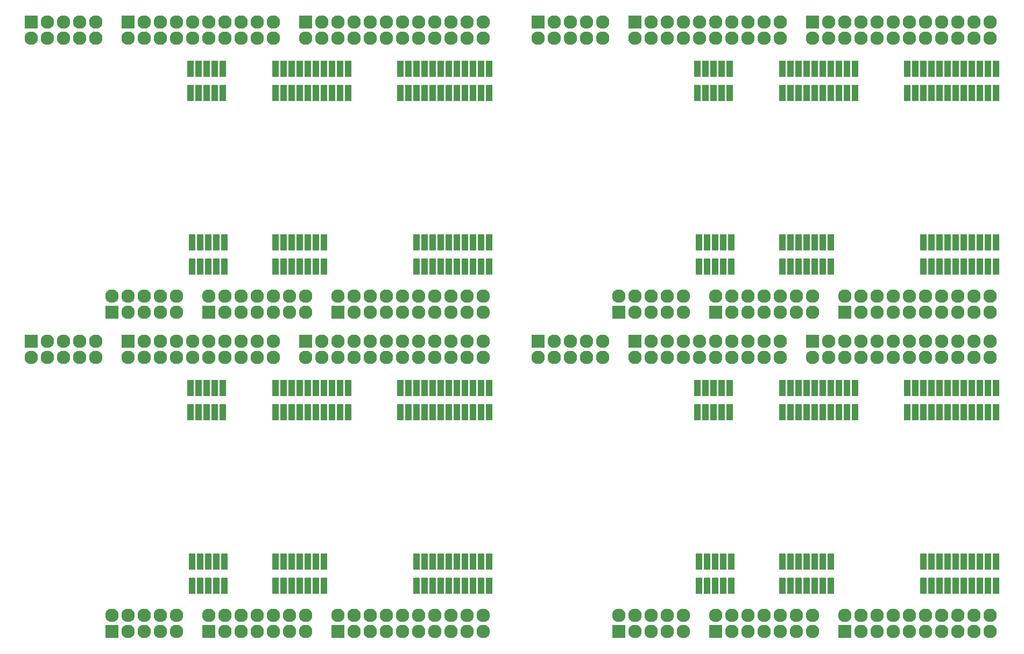
<source format=gts>
G04 #@! TF.FileFunction,Soldermask,Top*
%FSLAX46Y46*%
G04 Gerber Fmt 4.6, Leading zero omitted, Abs format (unit mm)*
G04 Created by KiCad (PCBNEW (after 2015-mar-04 BZR unknown)-product) date 2015年08月13日木曜日 20:06:45*
%MOMM*%
G01*
G04 APERTURE LIST*
%ADD10C,0.100000*%
%ADD11R,1.050000X2.550000*%
%ADD12R,2.127200X2.127200*%
%ADD13O,2.127200X2.127200*%
G04 APERTURE END LIST*
D10*
D11*
X64729400Y13116600D03*
X64729400Y9306600D03*
X65999400Y13116600D03*
X65999400Y9306600D03*
X67269400Y13116600D03*
X67269400Y9306600D03*
X68539400Y13116600D03*
X68539400Y9306600D03*
X69809400Y13116600D03*
X69809400Y9306600D03*
X72349400Y9306600D03*
X72349400Y13116600D03*
X71079400Y9306600D03*
X71079400Y13116600D03*
X74889400Y13116600D03*
X74889400Y9306600D03*
X76159400Y13116600D03*
X76159400Y9306600D03*
X73619400Y9306600D03*
X73619400Y13116600D03*
X76159400Y36611600D03*
X76159400Y40421600D03*
X74889400Y36611600D03*
X74889400Y40421600D03*
X62189400Y40421600D03*
X62189400Y36611600D03*
X63459400Y40421600D03*
X63459400Y36611600D03*
X64729400Y40421600D03*
X64729400Y36611600D03*
X65999400Y40421600D03*
X65999400Y36611600D03*
X67269400Y40421600D03*
X67269400Y36611600D03*
X69809400Y36611600D03*
X69809400Y40421600D03*
X68539400Y36611600D03*
X68539400Y40421600D03*
X72349400Y40421600D03*
X72349400Y36611600D03*
X73619400Y40421600D03*
X73619400Y36611600D03*
X71079400Y36611600D03*
X71079400Y40421600D03*
X51394400Y40421600D03*
X51394400Y36611600D03*
X53934400Y36611600D03*
X53934400Y40421600D03*
X52664400Y36611600D03*
X52664400Y40421600D03*
X42504400Y13116600D03*
X42504400Y9306600D03*
X43774400Y13116600D03*
X43774400Y9306600D03*
X45044400Y13116600D03*
X45044400Y9306600D03*
X46314400Y13116600D03*
X46314400Y9306600D03*
X47584400Y13116600D03*
X47584400Y9306600D03*
X50124400Y9306600D03*
X50124400Y13116600D03*
X48854400Y9306600D03*
X48854400Y13116600D03*
X48854400Y40421600D03*
X48854400Y36611600D03*
X50124400Y40421600D03*
X50124400Y36611600D03*
X47584400Y36611600D03*
X47584400Y40421600D03*
X46314400Y36611600D03*
X46314400Y40421600D03*
X45044400Y36611600D03*
X45044400Y40421600D03*
X43774400Y36611600D03*
X43774400Y40421600D03*
X42504400Y36611600D03*
X42504400Y40421600D03*
X34503400Y9306600D03*
X34503400Y13116600D03*
X33233400Y9306600D03*
X33233400Y13116600D03*
X31963400Y9306600D03*
X31963400Y13116600D03*
X30693400Y9306600D03*
X30693400Y13116600D03*
X29423400Y9306600D03*
X29423400Y13116600D03*
X29169400Y40421600D03*
X29169400Y36611600D03*
X30439400Y40421600D03*
X30439400Y36611600D03*
X31709400Y40421600D03*
X31709400Y36611600D03*
X32979400Y40421600D03*
X32979400Y36611600D03*
X34249400Y40421600D03*
X34249400Y36611600D03*
X144485400Y13116600D03*
X144485400Y9306600D03*
X145755400Y13116600D03*
X145755400Y9306600D03*
X147025400Y13116600D03*
X147025400Y9306600D03*
X148295400Y13116600D03*
X148295400Y9306600D03*
X149565400Y13116600D03*
X149565400Y9306600D03*
X152105400Y9306600D03*
X152105400Y13116600D03*
X150835400Y9306600D03*
X150835400Y13116600D03*
X154645400Y13116600D03*
X154645400Y9306600D03*
X155915400Y13116600D03*
X155915400Y9306600D03*
X153375400Y9306600D03*
X153375400Y13116600D03*
X155915400Y36611600D03*
X155915400Y40421600D03*
X154645400Y36611600D03*
X154645400Y40421600D03*
X141945400Y40421600D03*
X141945400Y36611600D03*
X143215400Y40421600D03*
X143215400Y36611600D03*
X144485400Y40421600D03*
X144485400Y36611600D03*
X145755400Y40421600D03*
X145755400Y36611600D03*
X147025400Y40421600D03*
X147025400Y36611600D03*
X149565400Y36611600D03*
X149565400Y40421600D03*
X148295400Y36611600D03*
X148295400Y40421600D03*
X152105400Y40421600D03*
X152105400Y36611600D03*
X153375400Y40421600D03*
X153375400Y36611600D03*
X150835400Y36611600D03*
X150835400Y40421600D03*
X131150400Y40421600D03*
X131150400Y36611600D03*
X133690400Y36611600D03*
X133690400Y40421600D03*
X132420400Y36611600D03*
X132420400Y40421600D03*
X122260400Y13116600D03*
X122260400Y9306600D03*
X123530400Y13116600D03*
X123530400Y9306600D03*
X124800400Y13116600D03*
X124800400Y9306600D03*
X126070400Y13116600D03*
X126070400Y9306600D03*
X127340400Y13116600D03*
X127340400Y9306600D03*
X129880400Y9306600D03*
X129880400Y13116600D03*
X128610400Y9306600D03*
X128610400Y13116600D03*
X128610400Y40421600D03*
X128610400Y36611600D03*
X129880400Y40421600D03*
X129880400Y36611600D03*
X127340400Y36611600D03*
X127340400Y40421600D03*
X126070400Y36611600D03*
X126070400Y40421600D03*
X124800400Y36611600D03*
X124800400Y40421600D03*
X123530400Y36611600D03*
X123530400Y40421600D03*
X122260400Y36611600D03*
X122260400Y40421600D03*
X114259400Y9306600D03*
X114259400Y13116600D03*
X112989400Y9306600D03*
X112989400Y13116600D03*
X111719400Y9306600D03*
X111719400Y13116600D03*
X110449400Y9306600D03*
X110449400Y13116600D03*
X109179400Y9306600D03*
X109179400Y13116600D03*
X108925400Y40421600D03*
X108925400Y36611600D03*
X110195400Y40421600D03*
X110195400Y36611600D03*
X111465400Y40421600D03*
X111465400Y36611600D03*
X112735400Y40421600D03*
X112735400Y36611600D03*
X114005400Y40421600D03*
X114005400Y36611600D03*
X144485400Y63408600D03*
X144485400Y59598600D03*
X145755400Y63408600D03*
X145755400Y59598600D03*
X147025400Y63408600D03*
X147025400Y59598600D03*
X148295400Y63408600D03*
X148295400Y59598600D03*
X149565400Y63408600D03*
X149565400Y59598600D03*
X152105400Y59598600D03*
X152105400Y63408600D03*
X150835400Y59598600D03*
X150835400Y63408600D03*
X154645400Y63408600D03*
X154645400Y59598600D03*
X155915400Y63408600D03*
X155915400Y59598600D03*
X153375400Y59598600D03*
X153375400Y63408600D03*
X155915400Y86903600D03*
X155915400Y90713600D03*
X154645400Y86903600D03*
X154645400Y90713600D03*
X141945400Y90713600D03*
X141945400Y86903600D03*
X143215400Y90713600D03*
X143215400Y86903600D03*
X144485400Y90713600D03*
X144485400Y86903600D03*
X145755400Y90713600D03*
X145755400Y86903600D03*
X147025400Y90713600D03*
X147025400Y86903600D03*
X149565400Y86903600D03*
X149565400Y90713600D03*
X148295400Y86903600D03*
X148295400Y90713600D03*
X152105400Y90713600D03*
X152105400Y86903600D03*
X153375400Y90713600D03*
X153375400Y86903600D03*
X150835400Y86903600D03*
X150835400Y90713600D03*
X131150400Y90713600D03*
X131150400Y86903600D03*
X133690400Y86903600D03*
X133690400Y90713600D03*
X132420400Y86903600D03*
X132420400Y90713600D03*
X122260400Y63408600D03*
X122260400Y59598600D03*
X123530400Y63408600D03*
X123530400Y59598600D03*
X124800400Y63408600D03*
X124800400Y59598600D03*
X126070400Y63408600D03*
X126070400Y59598600D03*
X127340400Y63408600D03*
X127340400Y59598600D03*
X129880400Y59598600D03*
X129880400Y63408600D03*
X128610400Y59598600D03*
X128610400Y63408600D03*
X128610400Y90713600D03*
X128610400Y86903600D03*
X129880400Y90713600D03*
X129880400Y86903600D03*
X127340400Y86903600D03*
X127340400Y90713600D03*
X126070400Y86903600D03*
X126070400Y90713600D03*
X124800400Y86903600D03*
X124800400Y90713600D03*
X123530400Y86903600D03*
X123530400Y90713600D03*
X122260400Y86903600D03*
X122260400Y90713600D03*
X114259400Y59598600D03*
X114259400Y63408600D03*
X112989400Y59598600D03*
X112989400Y63408600D03*
X111719400Y59598600D03*
X111719400Y63408600D03*
X110449400Y59598600D03*
X110449400Y63408600D03*
X109179400Y59598600D03*
X109179400Y63408600D03*
X108925400Y90713600D03*
X108925400Y86903600D03*
X110195400Y90713600D03*
X110195400Y86903600D03*
X111465400Y90713600D03*
X111465400Y86903600D03*
X112735400Y90713600D03*
X112735400Y86903600D03*
X114005400Y90713600D03*
X114005400Y86903600D03*
X64729400Y63408600D03*
X64729400Y59598600D03*
X65999400Y63408600D03*
X65999400Y59598600D03*
X67269400Y63408600D03*
X67269400Y59598600D03*
X68539400Y63408600D03*
X68539400Y59598600D03*
X69809400Y63408600D03*
X69809400Y59598600D03*
X72349400Y59598600D03*
X72349400Y63408600D03*
X71079400Y59598600D03*
X71079400Y63408600D03*
X74889400Y63408600D03*
X74889400Y59598600D03*
X76159400Y63408600D03*
X76159400Y59598600D03*
X73619400Y59598600D03*
X73619400Y63408600D03*
X76159400Y86903600D03*
X76159400Y90713600D03*
X74889400Y86903600D03*
X74889400Y90713600D03*
X62189400Y90713600D03*
X62189400Y86903600D03*
X63459400Y90713600D03*
X63459400Y86903600D03*
X64729400Y90713600D03*
X64729400Y86903600D03*
X65999400Y90713600D03*
X65999400Y86903600D03*
X67269400Y90713600D03*
X67269400Y86903600D03*
X69809400Y86903600D03*
X69809400Y90713600D03*
X68539400Y86903600D03*
X68539400Y90713600D03*
X72349400Y90713600D03*
X72349400Y86903600D03*
X73619400Y90713600D03*
X73619400Y86903600D03*
X71079400Y86903600D03*
X71079400Y90713600D03*
X51394400Y90713600D03*
X51394400Y86903600D03*
X53934400Y86903600D03*
X53934400Y90713600D03*
X52664400Y86903600D03*
X52664400Y90713600D03*
X42504400Y63408600D03*
X42504400Y59598600D03*
X43774400Y63408600D03*
X43774400Y59598600D03*
X45044400Y63408600D03*
X45044400Y59598600D03*
X46314400Y63408600D03*
X46314400Y59598600D03*
X47584400Y63408600D03*
X47584400Y59598600D03*
X50124400Y59598600D03*
X50124400Y63408600D03*
X48854400Y59598600D03*
X48854400Y63408600D03*
X48854400Y90713600D03*
X48854400Y86903600D03*
X50124400Y90713600D03*
X50124400Y86903600D03*
X47584400Y86903600D03*
X47584400Y90713600D03*
X46314400Y86903600D03*
X46314400Y90713600D03*
X45044400Y86903600D03*
X45044400Y90713600D03*
X43774400Y86903600D03*
X43774400Y90713600D03*
X42504400Y86903600D03*
X42504400Y90713600D03*
X34503400Y59598600D03*
X34503400Y63408600D03*
X33233400Y59598600D03*
X33233400Y63408600D03*
X31963400Y59598600D03*
X31963400Y63408600D03*
X30693400Y59598600D03*
X30693400Y63408600D03*
X29423400Y59598600D03*
X29423400Y63408600D03*
X29169400Y90713600D03*
X29169400Y86903600D03*
X30439400Y90713600D03*
X30439400Y86903600D03*
X31709400Y90713600D03*
X31709400Y86903600D03*
X32979400Y90713600D03*
X32979400Y86903600D03*
X34249400Y90713600D03*
X34249400Y86903600D03*
D12*
X127000400Y47752000D03*
D13*
X127000400Y45212000D03*
X129540400Y47752000D03*
X129540400Y45212000D03*
X132080400Y47752000D03*
X132080400Y45212000D03*
X134620400Y47752000D03*
X134620400Y45212000D03*
X137160400Y47752000D03*
X137160400Y45212000D03*
X139700400Y47752000D03*
X139700400Y45212000D03*
X142240400Y47752000D03*
X142240400Y45212000D03*
X144780400Y47752000D03*
X144780400Y45212000D03*
X147320400Y47752000D03*
X147320400Y45212000D03*
X149860400Y47752000D03*
X149860400Y45212000D03*
X152400400Y47752000D03*
X152400400Y45212000D03*
X154940400Y47752000D03*
X154940400Y45212000D03*
D12*
X99060400Y47752000D03*
D13*
X99060400Y45212000D03*
X101600400Y47752000D03*
X101600400Y45212000D03*
X104140400Y47752000D03*
X104140400Y45212000D03*
X106680400Y47752000D03*
X106680400Y45212000D03*
X109220400Y47752000D03*
X109220400Y45212000D03*
X111760400Y47752000D03*
X111760400Y45212000D03*
X114300400Y47752000D03*
X114300400Y45212000D03*
X116840400Y47752000D03*
X116840400Y45212000D03*
X119380400Y47752000D03*
X119380400Y45212000D03*
X121920400Y47752000D03*
X121920400Y45212000D03*
D12*
X132080000Y2032000D03*
D13*
X132080000Y4572000D03*
X134620000Y2032000D03*
X134620000Y4572000D03*
X137160000Y2032000D03*
X137160000Y4572000D03*
X139700000Y2032000D03*
X139700000Y4572000D03*
X142240000Y2032000D03*
X142240000Y4572000D03*
X144780000Y2032000D03*
X144780000Y4572000D03*
X147320000Y2032000D03*
X147320000Y4572000D03*
X149860000Y2032000D03*
X149860000Y4572000D03*
X152400000Y2032000D03*
X152400000Y4572000D03*
X154940000Y2032000D03*
X154940000Y4572000D03*
D12*
X111760400Y2032200D03*
D13*
X111760400Y4572200D03*
X114300400Y2032200D03*
X114300400Y4572200D03*
X116840400Y2032200D03*
X116840400Y4572200D03*
X119380400Y2032200D03*
X119380400Y4572200D03*
X121920400Y2032200D03*
X121920400Y4572200D03*
X124460400Y2032200D03*
X124460400Y4572200D03*
X127000400Y2032200D03*
X127000400Y4572200D03*
D12*
X96520400Y2032200D03*
D13*
X96520400Y4572200D03*
X99060400Y2032200D03*
X99060400Y4572200D03*
X101600400Y2032200D03*
X101600400Y4572200D03*
X104140400Y2032200D03*
X104140400Y4572200D03*
X106680400Y2032200D03*
X106680400Y4572200D03*
D12*
X83820400Y47752000D03*
D13*
X83820400Y45212000D03*
X86360400Y47752000D03*
X86360400Y45212000D03*
X88900400Y47752000D03*
X88900400Y45212000D03*
X91440400Y47752000D03*
X91440400Y45212000D03*
X93980400Y47752000D03*
X93980400Y45212000D03*
D12*
X83820400Y98044000D03*
D13*
X83820400Y95504000D03*
X86360400Y98044000D03*
X86360400Y95504000D03*
X88900400Y98044000D03*
X88900400Y95504000D03*
X91440400Y98044000D03*
X91440400Y95504000D03*
X93980400Y98044000D03*
X93980400Y95504000D03*
D12*
X96520400Y52324200D03*
D13*
X96520400Y54864200D03*
X99060400Y52324200D03*
X99060400Y54864200D03*
X101600400Y52324200D03*
X101600400Y54864200D03*
X104140400Y52324200D03*
X104140400Y54864200D03*
X106680400Y52324200D03*
X106680400Y54864200D03*
D12*
X111760400Y52324200D03*
D13*
X111760400Y54864200D03*
X114300400Y52324200D03*
X114300400Y54864200D03*
X116840400Y52324200D03*
X116840400Y54864200D03*
X119380400Y52324200D03*
X119380400Y54864200D03*
X121920400Y52324200D03*
X121920400Y54864200D03*
X124460400Y52324200D03*
X124460400Y54864200D03*
X127000400Y52324200D03*
X127000400Y54864200D03*
D12*
X132080000Y52324000D03*
D13*
X132080000Y54864000D03*
X134620000Y52324000D03*
X134620000Y54864000D03*
X137160000Y52324000D03*
X137160000Y54864000D03*
X139700000Y52324000D03*
X139700000Y54864000D03*
X142240000Y52324000D03*
X142240000Y54864000D03*
X144780000Y52324000D03*
X144780000Y54864000D03*
X147320000Y52324000D03*
X147320000Y54864000D03*
X149860000Y52324000D03*
X149860000Y54864000D03*
X152400000Y52324000D03*
X152400000Y54864000D03*
X154940000Y52324000D03*
X154940000Y54864000D03*
D12*
X99060400Y98044000D03*
D13*
X99060400Y95504000D03*
X101600400Y98044000D03*
X101600400Y95504000D03*
X104140400Y98044000D03*
X104140400Y95504000D03*
X106680400Y98044000D03*
X106680400Y95504000D03*
X109220400Y98044000D03*
X109220400Y95504000D03*
X111760400Y98044000D03*
X111760400Y95504000D03*
X114300400Y98044000D03*
X114300400Y95504000D03*
X116840400Y98044000D03*
X116840400Y95504000D03*
X119380400Y98044000D03*
X119380400Y95504000D03*
X121920400Y98044000D03*
X121920400Y95504000D03*
D12*
X127000400Y98044000D03*
D13*
X127000400Y95504000D03*
X129540400Y98044000D03*
X129540400Y95504000D03*
X132080400Y98044000D03*
X132080400Y95504000D03*
X134620400Y98044000D03*
X134620400Y95504000D03*
X137160400Y98044000D03*
X137160400Y95504000D03*
X139700400Y98044000D03*
X139700400Y95504000D03*
X142240400Y98044000D03*
X142240400Y95504000D03*
X144780400Y98044000D03*
X144780400Y95504000D03*
X147320400Y98044000D03*
X147320400Y95504000D03*
X149860400Y98044000D03*
X149860400Y95504000D03*
X152400400Y98044000D03*
X152400400Y95504000D03*
X154940400Y98044000D03*
X154940400Y95504000D03*
D12*
X47244400Y98044000D03*
D13*
X47244400Y95504000D03*
X49784400Y98044000D03*
X49784400Y95504000D03*
X52324400Y98044000D03*
X52324400Y95504000D03*
X54864400Y98044000D03*
X54864400Y95504000D03*
X57404400Y98044000D03*
X57404400Y95504000D03*
X59944400Y98044000D03*
X59944400Y95504000D03*
X62484400Y98044000D03*
X62484400Y95504000D03*
X65024400Y98044000D03*
X65024400Y95504000D03*
X67564400Y98044000D03*
X67564400Y95504000D03*
X70104400Y98044000D03*
X70104400Y95504000D03*
X72644400Y98044000D03*
X72644400Y95504000D03*
X75184400Y98044000D03*
X75184400Y95504000D03*
D12*
X19304400Y98044000D03*
D13*
X19304400Y95504000D03*
X21844400Y98044000D03*
X21844400Y95504000D03*
X24384400Y98044000D03*
X24384400Y95504000D03*
X26924400Y98044000D03*
X26924400Y95504000D03*
X29464400Y98044000D03*
X29464400Y95504000D03*
X32004400Y98044000D03*
X32004400Y95504000D03*
X34544400Y98044000D03*
X34544400Y95504000D03*
X37084400Y98044000D03*
X37084400Y95504000D03*
X39624400Y98044000D03*
X39624400Y95504000D03*
X42164400Y98044000D03*
X42164400Y95504000D03*
D12*
X52324000Y52324000D03*
D13*
X52324000Y54864000D03*
X54864000Y52324000D03*
X54864000Y54864000D03*
X57404000Y52324000D03*
X57404000Y54864000D03*
X59944000Y52324000D03*
X59944000Y54864000D03*
X62484000Y52324000D03*
X62484000Y54864000D03*
X65024000Y52324000D03*
X65024000Y54864000D03*
X67564000Y52324000D03*
X67564000Y54864000D03*
X70104000Y52324000D03*
X70104000Y54864000D03*
X72644000Y52324000D03*
X72644000Y54864000D03*
X75184000Y52324000D03*
X75184000Y54864000D03*
D12*
X32004400Y52324200D03*
D13*
X32004400Y54864200D03*
X34544400Y52324200D03*
X34544400Y54864200D03*
X37084400Y52324200D03*
X37084400Y54864200D03*
X39624400Y52324200D03*
X39624400Y54864200D03*
X42164400Y52324200D03*
X42164400Y54864200D03*
X44704400Y52324200D03*
X44704400Y54864200D03*
X47244400Y52324200D03*
X47244400Y54864200D03*
D12*
X16764400Y52324200D03*
D13*
X16764400Y54864200D03*
X19304400Y52324200D03*
X19304400Y54864200D03*
X21844400Y52324200D03*
X21844400Y54864200D03*
X24384400Y52324200D03*
X24384400Y54864200D03*
X26924400Y52324200D03*
X26924400Y54864200D03*
D12*
X4064400Y98044000D03*
D13*
X4064400Y95504000D03*
X6604400Y98044000D03*
X6604400Y95504000D03*
X9144400Y98044000D03*
X9144400Y95504000D03*
X11684400Y98044000D03*
X11684400Y95504000D03*
X14224400Y98044000D03*
X14224400Y95504000D03*
D12*
X4064400Y47752000D03*
D13*
X4064400Y45212000D03*
X6604400Y47752000D03*
X6604400Y45212000D03*
X9144400Y47752000D03*
X9144400Y45212000D03*
X11684400Y47752000D03*
X11684400Y45212000D03*
X14224400Y47752000D03*
X14224400Y45212000D03*
D12*
X16764400Y2032200D03*
D13*
X16764400Y4572200D03*
X19304400Y2032200D03*
X19304400Y4572200D03*
X21844400Y2032200D03*
X21844400Y4572200D03*
X24384400Y2032200D03*
X24384400Y4572200D03*
X26924400Y2032200D03*
X26924400Y4572200D03*
D12*
X32004400Y2032200D03*
D13*
X32004400Y4572200D03*
X34544400Y2032200D03*
X34544400Y4572200D03*
X37084400Y2032200D03*
X37084400Y4572200D03*
X39624400Y2032200D03*
X39624400Y4572200D03*
X42164400Y2032200D03*
X42164400Y4572200D03*
X44704400Y2032200D03*
X44704400Y4572200D03*
X47244400Y2032200D03*
X47244400Y4572200D03*
D12*
X52324000Y2032000D03*
D13*
X52324000Y4572000D03*
X54864000Y2032000D03*
X54864000Y4572000D03*
X57404000Y2032000D03*
X57404000Y4572000D03*
X59944000Y2032000D03*
X59944000Y4572000D03*
X62484000Y2032000D03*
X62484000Y4572000D03*
X65024000Y2032000D03*
X65024000Y4572000D03*
X67564000Y2032000D03*
X67564000Y4572000D03*
X70104000Y2032000D03*
X70104000Y4572000D03*
X72644000Y2032000D03*
X72644000Y4572000D03*
X75184000Y2032000D03*
X75184000Y4572000D03*
D12*
X19304400Y47752000D03*
D13*
X19304400Y45212000D03*
X21844400Y47752000D03*
X21844400Y45212000D03*
X24384400Y47752000D03*
X24384400Y45212000D03*
X26924400Y47752000D03*
X26924400Y45212000D03*
X29464400Y47752000D03*
X29464400Y45212000D03*
X32004400Y47752000D03*
X32004400Y45212000D03*
X34544400Y47752000D03*
X34544400Y45212000D03*
X37084400Y47752000D03*
X37084400Y45212000D03*
X39624400Y47752000D03*
X39624400Y45212000D03*
X42164400Y47752000D03*
X42164400Y45212000D03*
D12*
X47244400Y47752000D03*
D13*
X47244400Y45212000D03*
X49784400Y47752000D03*
X49784400Y45212000D03*
X52324400Y47752000D03*
X52324400Y45212000D03*
X54864400Y47752000D03*
X54864400Y45212000D03*
X57404400Y47752000D03*
X57404400Y45212000D03*
X59944400Y47752000D03*
X59944400Y45212000D03*
X62484400Y47752000D03*
X62484400Y45212000D03*
X65024400Y47752000D03*
X65024400Y45212000D03*
X67564400Y47752000D03*
X67564400Y45212000D03*
X70104400Y47752000D03*
X70104400Y45212000D03*
X72644400Y47752000D03*
X72644400Y45212000D03*
X75184400Y47752000D03*
X75184400Y45212000D03*
M02*

</source>
